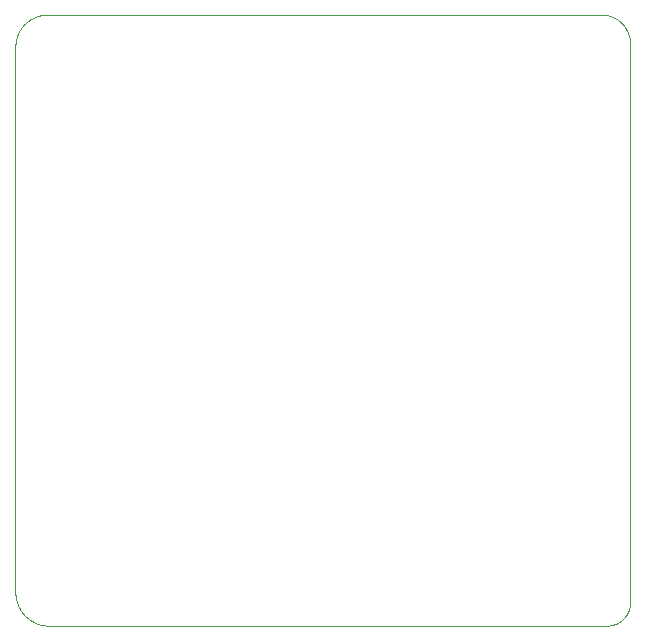
<source format=gbp>
G75*
%MOIN*%
%OFA0B0*%
%FSLAX25Y25*%
%IPPOS*%
%LPD*%
%AMOC8*
5,1,8,0,0,1.08239X$1,22.5*
%
%ADD10C,0.00000*%
D10*
X0012329Y0009583D02*
X0198239Y0009583D01*
X0198428Y0009585D01*
X0198617Y0009592D01*
X0198806Y0009604D01*
X0198995Y0009620D01*
X0199183Y0009640D01*
X0199370Y0009665D01*
X0199557Y0009695D01*
X0199744Y0009729D01*
X0199929Y0009767D01*
X0200113Y0009811D01*
X0200296Y0009858D01*
X0200478Y0009910D01*
X0200659Y0009966D01*
X0200838Y0010027D01*
X0201016Y0010092D01*
X0201192Y0010161D01*
X0201366Y0010235D01*
X0201539Y0010312D01*
X0201710Y0010394D01*
X0201878Y0010480D01*
X0202045Y0010570D01*
X0202209Y0010664D01*
X0202371Y0010762D01*
X0202530Y0010864D01*
X0202688Y0010969D01*
X0202842Y0011079D01*
X0202994Y0011192D01*
X0203143Y0011308D01*
X0203289Y0011429D01*
X0203432Y0011552D01*
X0203572Y0011680D01*
X0203709Y0011810D01*
X0203843Y0011944D01*
X0203973Y0012081D01*
X0204101Y0012221D01*
X0204224Y0012364D01*
X0204345Y0012510D01*
X0204461Y0012659D01*
X0204574Y0012811D01*
X0204684Y0012965D01*
X0204789Y0013123D01*
X0204891Y0013282D01*
X0204989Y0013444D01*
X0205083Y0013608D01*
X0205173Y0013775D01*
X0205259Y0013943D01*
X0205341Y0014114D01*
X0205418Y0014287D01*
X0205492Y0014461D01*
X0205561Y0014637D01*
X0205626Y0014815D01*
X0205687Y0014994D01*
X0205743Y0015175D01*
X0205795Y0015357D01*
X0205842Y0015540D01*
X0205886Y0015724D01*
X0205924Y0015909D01*
X0205958Y0016096D01*
X0205988Y0016283D01*
X0206013Y0016470D01*
X0206033Y0016658D01*
X0206049Y0016847D01*
X0206061Y0017036D01*
X0206068Y0017225D01*
X0206070Y0017414D01*
X0206070Y0203613D01*
X0206067Y0203847D01*
X0206059Y0204080D01*
X0206045Y0204314D01*
X0206025Y0204546D01*
X0205999Y0204779D01*
X0205969Y0205010D01*
X0205932Y0205241D01*
X0205890Y0205471D01*
X0205842Y0205700D01*
X0205789Y0205927D01*
X0205730Y0206154D01*
X0205666Y0206378D01*
X0205597Y0206602D01*
X0205522Y0206823D01*
X0205442Y0207042D01*
X0205356Y0207260D01*
X0205265Y0207475D01*
X0205169Y0207688D01*
X0205068Y0207899D01*
X0204962Y0208107D01*
X0204851Y0208313D01*
X0204735Y0208516D01*
X0204614Y0208716D01*
X0204489Y0208913D01*
X0204358Y0209107D01*
X0204223Y0209297D01*
X0204083Y0209485D01*
X0203939Y0209669D01*
X0203791Y0209849D01*
X0203638Y0210026D01*
X0203481Y0210199D01*
X0203320Y0210368D01*
X0203154Y0210534D01*
X0202985Y0210695D01*
X0202812Y0210852D01*
X0202635Y0211005D01*
X0202455Y0211153D01*
X0202271Y0211297D01*
X0202083Y0211437D01*
X0201893Y0211572D01*
X0201699Y0211703D01*
X0201502Y0211828D01*
X0201302Y0211949D01*
X0201099Y0212065D01*
X0200893Y0212176D01*
X0200685Y0212282D01*
X0200474Y0212383D01*
X0200261Y0212479D01*
X0200046Y0212570D01*
X0199828Y0212656D01*
X0199609Y0212736D01*
X0199388Y0212811D01*
X0199164Y0212880D01*
X0198940Y0212944D01*
X0198713Y0213003D01*
X0198486Y0213056D01*
X0198257Y0213104D01*
X0198027Y0213146D01*
X0197796Y0213183D01*
X0197565Y0213213D01*
X0197332Y0213239D01*
X0197100Y0213259D01*
X0196866Y0213273D01*
X0196633Y0213281D01*
X0196399Y0213284D01*
X0011812Y0213284D01*
X0011554Y0213281D01*
X0011297Y0213272D01*
X0011040Y0213256D01*
X0010783Y0213234D01*
X0010527Y0213206D01*
X0010271Y0213172D01*
X0010017Y0213132D01*
X0009763Y0213085D01*
X0009511Y0213033D01*
X0009260Y0212974D01*
X0009011Y0212909D01*
X0008763Y0212839D01*
X0008517Y0212762D01*
X0008273Y0212680D01*
X0008031Y0212591D01*
X0007791Y0212497D01*
X0007554Y0212397D01*
X0007319Y0212291D01*
X0007086Y0212180D01*
X0006857Y0212063D01*
X0006630Y0211940D01*
X0006406Y0211812D01*
X0006186Y0211679D01*
X0005969Y0211540D01*
X0005755Y0211396D01*
X0005544Y0211248D01*
X0005338Y0211094D01*
X0005135Y0210935D01*
X0004936Y0210771D01*
X0004741Y0210602D01*
X0004550Y0210429D01*
X0004364Y0210251D01*
X0004182Y0210069D01*
X0004004Y0209883D01*
X0003831Y0209692D01*
X0003662Y0209497D01*
X0003498Y0209298D01*
X0003339Y0209095D01*
X0003185Y0208889D01*
X0003037Y0208678D01*
X0002893Y0208464D01*
X0002754Y0208247D01*
X0002621Y0208027D01*
X0002493Y0207803D01*
X0002370Y0207576D01*
X0002253Y0207347D01*
X0002142Y0207114D01*
X0002036Y0206879D01*
X0001936Y0206642D01*
X0001842Y0206402D01*
X0001753Y0206160D01*
X0001671Y0205916D01*
X0001594Y0205670D01*
X0001524Y0205422D01*
X0001459Y0205173D01*
X0001400Y0204922D01*
X0001348Y0204670D01*
X0001301Y0204416D01*
X0001261Y0204162D01*
X0001227Y0203906D01*
X0001199Y0203650D01*
X0001177Y0203393D01*
X0001161Y0203136D01*
X0001152Y0202879D01*
X0001149Y0202621D01*
X0001149Y0020764D01*
X0001152Y0020494D01*
X0001162Y0020224D01*
X0001178Y0019954D01*
X0001201Y0019685D01*
X0001231Y0019416D01*
X0001266Y0019149D01*
X0001309Y0018882D01*
X0001357Y0018616D01*
X0001412Y0018352D01*
X0001474Y0018088D01*
X0001542Y0017827D01*
X0001616Y0017567D01*
X0001696Y0017309D01*
X0001783Y0017053D01*
X0001876Y0016800D01*
X0001974Y0016548D01*
X0002079Y0016299D01*
X0002190Y0016053D01*
X0002307Y0015809D01*
X0002430Y0015568D01*
X0002558Y0015331D01*
X0002692Y0015096D01*
X0002832Y0014865D01*
X0002977Y0014637D01*
X0003128Y0014413D01*
X0003284Y0014193D01*
X0003446Y0013976D01*
X0003612Y0013763D01*
X0003784Y0013555D01*
X0003961Y0013350D01*
X0004142Y0013150D01*
X0004329Y0012955D01*
X0004520Y0012764D01*
X0004715Y0012577D01*
X0004915Y0012396D01*
X0005120Y0012219D01*
X0005328Y0012047D01*
X0005541Y0011881D01*
X0005758Y0011719D01*
X0005978Y0011563D01*
X0006202Y0011412D01*
X0006430Y0011267D01*
X0006661Y0011127D01*
X0006896Y0010993D01*
X0007133Y0010865D01*
X0007374Y0010742D01*
X0007618Y0010625D01*
X0007864Y0010514D01*
X0008113Y0010409D01*
X0008365Y0010311D01*
X0008618Y0010218D01*
X0008874Y0010131D01*
X0009132Y0010051D01*
X0009392Y0009977D01*
X0009653Y0009909D01*
X0009917Y0009847D01*
X0010181Y0009792D01*
X0010447Y0009744D01*
X0010714Y0009701D01*
X0010981Y0009666D01*
X0011250Y0009636D01*
X0011519Y0009613D01*
X0011789Y0009597D01*
X0012059Y0009587D01*
X0012329Y0009584D01*
M02*

</source>
